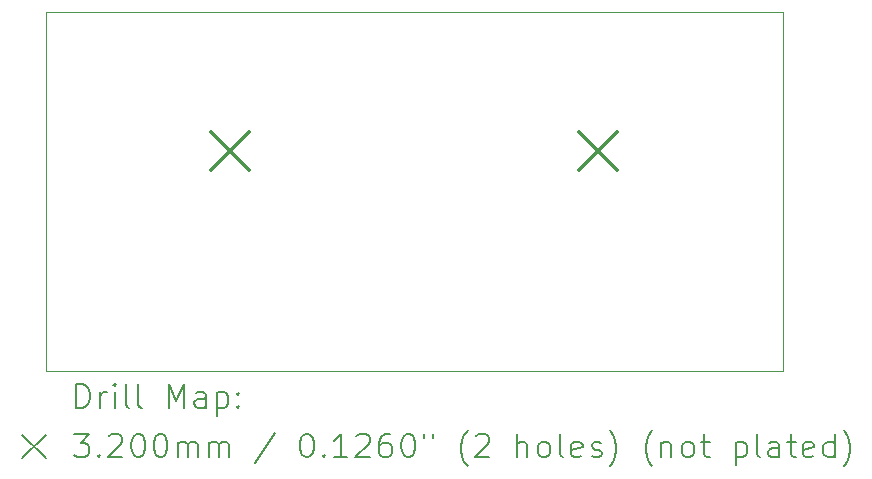
<source format=gbr>
%TF.GenerationSoftware,KiCad,Pcbnew,8.0.1*%
%TF.CreationDate,2024-04-28T18:39:33+02:00*%
%TF.ProjectId,ScaleModule,5363616c-654d-46f6-9475-6c652e6b6963,v0.1*%
%TF.SameCoordinates,Original*%
%TF.FileFunction,Drillmap*%
%TF.FilePolarity,Positive*%
%FSLAX45Y45*%
G04 Gerber Fmt 4.5, Leading zero omitted, Abs format (unit mm)*
G04 Created by KiCad (PCBNEW 8.0.1) date 2024-04-28 18:39:33*
%MOMM*%
%LPD*%
G01*
G04 APERTURE LIST*
%ADD10C,0.050000*%
%ADD11C,0.200000*%
%ADD12C,0.320000*%
G04 APERTURE END LIST*
D10*
X10920000Y-8882000D02*
X17160000Y-8882000D01*
X17160000Y-11922000D01*
X10920000Y-11922000D01*
X10920000Y-8882000D01*
D11*
D12*
X12318000Y-9900000D02*
X12638000Y-10220000D01*
X12638000Y-9900000D02*
X12318000Y-10220000D01*
X15437000Y-9900000D02*
X15757000Y-10220000D01*
X15757000Y-9900000D02*
X15437000Y-10220000D01*
D11*
X11178277Y-12235984D02*
X11178277Y-12035984D01*
X11178277Y-12035984D02*
X11225896Y-12035984D01*
X11225896Y-12035984D02*
X11254467Y-12045508D01*
X11254467Y-12045508D02*
X11273515Y-12064555D01*
X11273515Y-12064555D02*
X11283039Y-12083603D01*
X11283039Y-12083603D02*
X11292562Y-12121698D01*
X11292562Y-12121698D02*
X11292562Y-12150269D01*
X11292562Y-12150269D02*
X11283039Y-12188365D01*
X11283039Y-12188365D02*
X11273515Y-12207412D01*
X11273515Y-12207412D02*
X11254467Y-12226460D01*
X11254467Y-12226460D02*
X11225896Y-12235984D01*
X11225896Y-12235984D02*
X11178277Y-12235984D01*
X11378277Y-12235984D02*
X11378277Y-12102650D01*
X11378277Y-12140746D02*
X11387801Y-12121698D01*
X11387801Y-12121698D02*
X11397324Y-12112174D01*
X11397324Y-12112174D02*
X11416372Y-12102650D01*
X11416372Y-12102650D02*
X11435420Y-12102650D01*
X11502086Y-12235984D02*
X11502086Y-12102650D01*
X11502086Y-12035984D02*
X11492562Y-12045508D01*
X11492562Y-12045508D02*
X11502086Y-12055031D01*
X11502086Y-12055031D02*
X11511610Y-12045508D01*
X11511610Y-12045508D02*
X11502086Y-12035984D01*
X11502086Y-12035984D02*
X11502086Y-12055031D01*
X11625896Y-12235984D02*
X11606848Y-12226460D01*
X11606848Y-12226460D02*
X11597324Y-12207412D01*
X11597324Y-12207412D02*
X11597324Y-12035984D01*
X11730658Y-12235984D02*
X11711610Y-12226460D01*
X11711610Y-12226460D02*
X11702086Y-12207412D01*
X11702086Y-12207412D02*
X11702086Y-12035984D01*
X11959229Y-12235984D02*
X11959229Y-12035984D01*
X11959229Y-12035984D02*
X12025896Y-12178841D01*
X12025896Y-12178841D02*
X12092562Y-12035984D01*
X12092562Y-12035984D02*
X12092562Y-12235984D01*
X12273515Y-12235984D02*
X12273515Y-12131222D01*
X12273515Y-12131222D02*
X12263991Y-12112174D01*
X12263991Y-12112174D02*
X12244943Y-12102650D01*
X12244943Y-12102650D02*
X12206848Y-12102650D01*
X12206848Y-12102650D02*
X12187801Y-12112174D01*
X12273515Y-12226460D02*
X12254467Y-12235984D01*
X12254467Y-12235984D02*
X12206848Y-12235984D01*
X12206848Y-12235984D02*
X12187801Y-12226460D01*
X12187801Y-12226460D02*
X12178277Y-12207412D01*
X12178277Y-12207412D02*
X12178277Y-12188365D01*
X12178277Y-12188365D02*
X12187801Y-12169317D01*
X12187801Y-12169317D02*
X12206848Y-12159793D01*
X12206848Y-12159793D02*
X12254467Y-12159793D01*
X12254467Y-12159793D02*
X12273515Y-12150269D01*
X12368753Y-12102650D02*
X12368753Y-12302650D01*
X12368753Y-12112174D02*
X12387801Y-12102650D01*
X12387801Y-12102650D02*
X12425896Y-12102650D01*
X12425896Y-12102650D02*
X12444943Y-12112174D01*
X12444943Y-12112174D02*
X12454467Y-12121698D01*
X12454467Y-12121698D02*
X12463991Y-12140746D01*
X12463991Y-12140746D02*
X12463991Y-12197888D01*
X12463991Y-12197888D02*
X12454467Y-12216936D01*
X12454467Y-12216936D02*
X12444943Y-12226460D01*
X12444943Y-12226460D02*
X12425896Y-12235984D01*
X12425896Y-12235984D02*
X12387801Y-12235984D01*
X12387801Y-12235984D02*
X12368753Y-12226460D01*
X12549705Y-12216936D02*
X12559229Y-12226460D01*
X12559229Y-12226460D02*
X12549705Y-12235984D01*
X12549705Y-12235984D02*
X12540182Y-12226460D01*
X12540182Y-12226460D02*
X12549705Y-12216936D01*
X12549705Y-12216936D02*
X12549705Y-12235984D01*
X12549705Y-12112174D02*
X12559229Y-12121698D01*
X12559229Y-12121698D02*
X12549705Y-12131222D01*
X12549705Y-12131222D02*
X12540182Y-12121698D01*
X12540182Y-12121698D02*
X12549705Y-12112174D01*
X12549705Y-12112174D02*
X12549705Y-12131222D01*
X10717500Y-12464500D02*
X10917500Y-12664500D01*
X10917500Y-12464500D02*
X10717500Y-12664500D01*
X11159229Y-12455984D02*
X11283039Y-12455984D01*
X11283039Y-12455984D02*
X11216372Y-12532174D01*
X11216372Y-12532174D02*
X11244943Y-12532174D01*
X11244943Y-12532174D02*
X11263991Y-12541698D01*
X11263991Y-12541698D02*
X11273515Y-12551222D01*
X11273515Y-12551222D02*
X11283039Y-12570269D01*
X11283039Y-12570269D02*
X11283039Y-12617888D01*
X11283039Y-12617888D02*
X11273515Y-12636936D01*
X11273515Y-12636936D02*
X11263991Y-12646460D01*
X11263991Y-12646460D02*
X11244943Y-12655984D01*
X11244943Y-12655984D02*
X11187801Y-12655984D01*
X11187801Y-12655984D02*
X11168753Y-12646460D01*
X11168753Y-12646460D02*
X11159229Y-12636936D01*
X11368753Y-12636936D02*
X11378277Y-12646460D01*
X11378277Y-12646460D02*
X11368753Y-12655984D01*
X11368753Y-12655984D02*
X11359229Y-12646460D01*
X11359229Y-12646460D02*
X11368753Y-12636936D01*
X11368753Y-12636936D02*
X11368753Y-12655984D01*
X11454467Y-12475031D02*
X11463991Y-12465508D01*
X11463991Y-12465508D02*
X11483039Y-12455984D01*
X11483039Y-12455984D02*
X11530658Y-12455984D01*
X11530658Y-12455984D02*
X11549705Y-12465508D01*
X11549705Y-12465508D02*
X11559229Y-12475031D01*
X11559229Y-12475031D02*
X11568753Y-12494079D01*
X11568753Y-12494079D02*
X11568753Y-12513127D01*
X11568753Y-12513127D02*
X11559229Y-12541698D01*
X11559229Y-12541698D02*
X11444943Y-12655984D01*
X11444943Y-12655984D02*
X11568753Y-12655984D01*
X11692562Y-12455984D02*
X11711610Y-12455984D01*
X11711610Y-12455984D02*
X11730658Y-12465508D01*
X11730658Y-12465508D02*
X11740182Y-12475031D01*
X11740182Y-12475031D02*
X11749705Y-12494079D01*
X11749705Y-12494079D02*
X11759229Y-12532174D01*
X11759229Y-12532174D02*
X11759229Y-12579793D01*
X11759229Y-12579793D02*
X11749705Y-12617888D01*
X11749705Y-12617888D02*
X11740182Y-12636936D01*
X11740182Y-12636936D02*
X11730658Y-12646460D01*
X11730658Y-12646460D02*
X11711610Y-12655984D01*
X11711610Y-12655984D02*
X11692562Y-12655984D01*
X11692562Y-12655984D02*
X11673515Y-12646460D01*
X11673515Y-12646460D02*
X11663991Y-12636936D01*
X11663991Y-12636936D02*
X11654467Y-12617888D01*
X11654467Y-12617888D02*
X11644943Y-12579793D01*
X11644943Y-12579793D02*
X11644943Y-12532174D01*
X11644943Y-12532174D02*
X11654467Y-12494079D01*
X11654467Y-12494079D02*
X11663991Y-12475031D01*
X11663991Y-12475031D02*
X11673515Y-12465508D01*
X11673515Y-12465508D02*
X11692562Y-12455984D01*
X11883039Y-12455984D02*
X11902086Y-12455984D01*
X11902086Y-12455984D02*
X11921134Y-12465508D01*
X11921134Y-12465508D02*
X11930658Y-12475031D01*
X11930658Y-12475031D02*
X11940182Y-12494079D01*
X11940182Y-12494079D02*
X11949705Y-12532174D01*
X11949705Y-12532174D02*
X11949705Y-12579793D01*
X11949705Y-12579793D02*
X11940182Y-12617888D01*
X11940182Y-12617888D02*
X11930658Y-12636936D01*
X11930658Y-12636936D02*
X11921134Y-12646460D01*
X11921134Y-12646460D02*
X11902086Y-12655984D01*
X11902086Y-12655984D02*
X11883039Y-12655984D01*
X11883039Y-12655984D02*
X11863991Y-12646460D01*
X11863991Y-12646460D02*
X11854467Y-12636936D01*
X11854467Y-12636936D02*
X11844943Y-12617888D01*
X11844943Y-12617888D02*
X11835420Y-12579793D01*
X11835420Y-12579793D02*
X11835420Y-12532174D01*
X11835420Y-12532174D02*
X11844943Y-12494079D01*
X11844943Y-12494079D02*
X11854467Y-12475031D01*
X11854467Y-12475031D02*
X11863991Y-12465508D01*
X11863991Y-12465508D02*
X11883039Y-12455984D01*
X12035420Y-12655984D02*
X12035420Y-12522650D01*
X12035420Y-12541698D02*
X12044943Y-12532174D01*
X12044943Y-12532174D02*
X12063991Y-12522650D01*
X12063991Y-12522650D02*
X12092563Y-12522650D01*
X12092563Y-12522650D02*
X12111610Y-12532174D01*
X12111610Y-12532174D02*
X12121134Y-12551222D01*
X12121134Y-12551222D02*
X12121134Y-12655984D01*
X12121134Y-12551222D02*
X12130658Y-12532174D01*
X12130658Y-12532174D02*
X12149705Y-12522650D01*
X12149705Y-12522650D02*
X12178277Y-12522650D01*
X12178277Y-12522650D02*
X12197324Y-12532174D01*
X12197324Y-12532174D02*
X12206848Y-12551222D01*
X12206848Y-12551222D02*
X12206848Y-12655984D01*
X12302086Y-12655984D02*
X12302086Y-12522650D01*
X12302086Y-12541698D02*
X12311610Y-12532174D01*
X12311610Y-12532174D02*
X12330658Y-12522650D01*
X12330658Y-12522650D02*
X12359229Y-12522650D01*
X12359229Y-12522650D02*
X12378277Y-12532174D01*
X12378277Y-12532174D02*
X12387801Y-12551222D01*
X12387801Y-12551222D02*
X12387801Y-12655984D01*
X12387801Y-12551222D02*
X12397324Y-12532174D01*
X12397324Y-12532174D02*
X12416372Y-12522650D01*
X12416372Y-12522650D02*
X12444943Y-12522650D01*
X12444943Y-12522650D02*
X12463991Y-12532174D01*
X12463991Y-12532174D02*
X12473515Y-12551222D01*
X12473515Y-12551222D02*
X12473515Y-12655984D01*
X12863991Y-12446460D02*
X12692563Y-12703603D01*
X13121134Y-12455984D02*
X13140182Y-12455984D01*
X13140182Y-12455984D02*
X13159229Y-12465508D01*
X13159229Y-12465508D02*
X13168753Y-12475031D01*
X13168753Y-12475031D02*
X13178277Y-12494079D01*
X13178277Y-12494079D02*
X13187801Y-12532174D01*
X13187801Y-12532174D02*
X13187801Y-12579793D01*
X13187801Y-12579793D02*
X13178277Y-12617888D01*
X13178277Y-12617888D02*
X13168753Y-12636936D01*
X13168753Y-12636936D02*
X13159229Y-12646460D01*
X13159229Y-12646460D02*
X13140182Y-12655984D01*
X13140182Y-12655984D02*
X13121134Y-12655984D01*
X13121134Y-12655984D02*
X13102086Y-12646460D01*
X13102086Y-12646460D02*
X13092563Y-12636936D01*
X13092563Y-12636936D02*
X13083039Y-12617888D01*
X13083039Y-12617888D02*
X13073515Y-12579793D01*
X13073515Y-12579793D02*
X13073515Y-12532174D01*
X13073515Y-12532174D02*
X13083039Y-12494079D01*
X13083039Y-12494079D02*
X13092563Y-12475031D01*
X13092563Y-12475031D02*
X13102086Y-12465508D01*
X13102086Y-12465508D02*
X13121134Y-12455984D01*
X13273515Y-12636936D02*
X13283039Y-12646460D01*
X13283039Y-12646460D02*
X13273515Y-12655984D01*
X13273515Y-12655984D02*
X13263991Y-12646460D01*
X13263991Y-12646460D02*
X13273515Y-12636936D01*
X13273515Y-12636936D02*
X13273515Y-12655984D01*
X13473515Y-12655984D02*
X13359229Y-12655984D01*
X13416372Y-12655984D02*
X13416372Y-12455984D01*
X13416372Y-12455984D02*
X13397325Y-12484555D01*
X13397325Y-12484555D02*
X13378277Y-12503603D01*
X13378277Y-12503603D02*
X13359229Y-12513127D01*
X13549706Y-12475031D02*
X13559229Y-12465508D01*
X13559229Y-12465508D02*
X13578277Y-12455984D01*
X13578277Y-12455984D02*
X13625896Y-12455984D01*
X13625896Y-12455984D02*
X13644944Y-12465508D01*
X13644944Y-12465508D02*
X13654467Y-12475031D01*
X13654467Y-12475031D02*
X13663991Y-12494079D01*
X13663991Y-12494079D02*
X13663991Y-12513127D01*
X13663991Y-12513127D02*
X13654467Y-12541698D01*
X13654467Y-12541698D02*
X13540182Y-12655984D01*
X13540182Y-12655984D02*
X13663991Y-12655984D01*
X13835420Y-12455984D02*
X13797325Y-12455984D01*
X13797325Y-12455984D02*
X13778277Y-12465508D01*
X13778277Y-12465508D02*
X13768753Y-12475031D01*
X13768753Y-12475031D02*
X13749706Y-12503603D01*
X13749706Y-12503603D02*
X13740182Y-12541698D01*
X13740182Y-12541698D02*
X13740182Y-12617888D01*
X13740182Y-12617888D02*
X13749706Y-12636936D01*
X13749706Y-12636936D02*
X13759229Y-12646460D01*
X13759229Y-12646460D02*
X13778277Y-12655984D01*
X13778277Y-12655984D02*
X13816372Y-12655984D01*
X13816372Y-12655984D02*
X13835420Y-12646460D01*
X13835420Y-12646460D02*
X13844944Y-12636936D01*
X13844944Y-12636936D02*
X13854467Y-12617888D01*
X13854467Y-12617888D02*
X13854467Y-12570269D01*
X13854467Y-12570269D02*
X13844944Y-12551222D01*
X13844944Y-12551222D02*
X13835420Y-12541698D01*
X13835420Y-12541698D02*
X13816372Y-12532174D01*
X13816372Y-12532174D02*
X13778277Y-12532174D01*
X13778277Y-12532174D02*
X13759229Y-12541698D01*
X13759229Y-12541698D02*
X13749706Y-12551222D01*
X13749706Y-12551222D02*
X13740182Y-12570269D01*
X13978277Y-12455984D02*
X13997325Y-12455984D01*
X13997325Y-12455984D02*
X14016372Y-12465508D01*
X14016372Y-12465508D02*
X14025896Y-12475031D01*
X14025896Y-12475031D02*
X14035420Y-12494079D01*
X14035420Y-12494079D02*
X14044944Y-12532174D01*
X14044944Y-12532174D02*
X14044944Y-12579793D01*
X14044944Y-12579793D02*
X14035420Y-12617888D01*
X14035420Y-12617888D02*
X14025896Y-12636936D01*
X14025896Y-12636936D02*
X14016372Y-12646460D01*
X14016372Y-12646460D02*
X13997325Y-12655984D01*
X13997325Y-12655984D02*
X13978277Y-12655984D01*
X13978277Y-12655984D02*
X13959229Y-12646460D01*
X13959229Y-12646460D02*
X13949706Y-12636936D01*
X13949706Y-12636936D02*
X13940182Y-12617888D01*
X13940182Y-12617888D02*
X13930658Y-12579793D01*
X13930658Y-12579793D02*
X13930658Y-12532174D01*
X13930658Y-12532174D02*
X13940182Y-12494079D01*
X13940182Y-12494079D02*
X13949706Y-12475031D01*
X13949706Y-12475031D02*
X13959229Y-12465508D01*
X13959229Y-12465508D02*
X13978277Y-12455984D01*
X14121134Y-12455984D02*
X14121134Y-12494079D01*
X14197325Y-12455984D02*
X14197325Y-12494079D01*
X14492563Y-12732174D02*
X14483039Y-12722650D01*
X14483039Y-12722650D02*
X14463991Y-12694079D01*
X14463991Y-12694079D02*
X14454468Y-12675031D01*
X14454468Y-12675031D02*
X14444944Y-12646460D01*
X14444944Y-12646460D02*
X14435420Y-12598841D01*
X14435420Y-12598841D02*
X14435420Y-12560746D01*
X14435420Y-12560746D02*
X14444944Y-12513127D01*
X14444944Y-12513127D02*
X14454468Y-12484555D01*
X14454468Y-12484555D02*
X14463991Y-12465508D01*
X14463991Y-12465508D02*
X14483039Y-12436936D01*
X14483039Y-12436936D02*
X14492563Y-12427412D01*
X14559229Y-12475031D02*
X14568753Y-12465508D01*
X14568753Y-12465508D02*
X14587801Y-12455984D01*
X14587801Y-12455984D02*
X14635420Y-12455984D01*
X14635420Y-12455984D02*
X14654468Y-12465508D01*
X14654468Y-12465508D02*
X14663991Y-12475031D01*
X14663991Y-12475031D02*
X14673515Y-12494079D01*
X14673515Y-12494079D02*
X14673515Y-12513127D01*
X14673515Y-12513127D02*
X14663991Y-12541698D01*
X14663991Y-12541698D02*
X14549706Y-12655984D01*
X14549706Y-12655984D02*
X14673515Y-12655984D01*
X14911610Y-12655984D02*
X14911610Y-12455984D01*
X14997325Y-12655984D02*
X14997325Y-12551222D01*
X14997325Y-12551222D02*
X14987801Y-12532174D01*
X14987801Y-12532174D02*
X14968753Y-12522650D01*
X14968753Y-12522650D02*
X14940182Y-12522650D01*
X14940182Y-12522650D02*
X14921134Y-12532174D01*
X14921134Y-12532174D02*
X14911610Y-12541698D01*
X15121134Y-12655984D02*
X15102087Y-12646460D01*
X15102087Y-12646460D02*
X15092563Y-12636936D01*
X15092563Y-12636936D02*
X15083039Y-12617888D01*
X15083039Y-12617888D02*
X15083039Y-12560746D01*
X15083039Y-12560746D02*
X15092563Y-12541698D01*
X15092563Y-12541698D02*
X15102087Y-12532174D01*
X15102087Y-12532174D02*
X15121134Y-12522650D01*
X15121134Y-12522650D02*
X15149706Y-12522650D01*
X15149706Y-12522650D02*
X15168753Y-12532174D01*
X15168753Y-12532174D02*
X15178277Y-12541698D01*
X15178277Y-12541698D02*
X15187801Y-12560746D01*
X15187801Y-12560746D02*
X15187801Y-12617888D01*
X15187801Y-12617888D02*
X15178277Y-12636936D01*
X15178277Y-12636936D02*
X15168753Y-12646460D01*
X15168753Y-12646460D02*
X15149706Y-12655984D01*
X15149706Y-12655984D02*
X15121134Y-12655984D01*
X15302087Y-12655984D02*
X15283039Y-12646460D01*
X15283039Y-12646460D02*
X15273515Y-12627412D01*
X15273515Y-12627412D02*
X15273515Y-12455984D01*
X15454468Y-12646460D02*
X15435420Y-12655984D01*
X15435420Y-12655984D02*
X15397325Y-12655984D01*
X15397325Y-12655984D02*
X15378277Y-12646460D01*
X15378277Y-12646460D02*
X15368753Y-12627412D01*
X15368753Y-12627412D02*
X15368753Y-12551222D01*
X15368753Y-12551222D02*
X15378277Y-12532174D01*
X15378277Y-12532174D02*
X15397325Y-12522650D01*
X15397325Y-12522650D02*
X15435420Y-12522650D01*
X15435420Y-12522650D02*
X15454468Y-12532174D01*
X15454468Y-12532174D02*
X15463991Y-12551222D01*
X15463991Y-12551222D02*
X15463991Y-12570269D01*
X15463991Y-12570269D02*
X15368753Y-12589317D01*
X15540182Y-12646460D02*
X15559230Y-12655984D01*
X15559230Y-12655984D02*
X15597325Y-12655984D01*
X15597325Y-12655984D02*
X15616372Y-12646460D01*
X15616372Y-12646460D02*
X15625896Y-12627412D01*
X15625896Y-12627412D02*
X15625896Y-12617888D01*
X15625896Y-12617888D02*
X15616372Y-12598841D01*
X15616372Y-12598841D02*
X15597325Y-12589317D01*
X15597325Y-12589317D02*
X15568753Y-12589317D01*
X15568753Y-12589317D02*
X15549706Y-12579793D01*
X15549706Y-12579793D02*
X15540182Y-12560746D01*
X15540182Y-12560746D02*
X15540182Y-12551222D01*
X15540182Y-12551222D02*
X15549706Y-12532174D01*
X15549706Y-12532174D02*
X15568753Y-12522650D01*
X15568753Y-12522650D02*
X15597325Y-12522650D01*
X15597325Y-12522650D02*
X15616372Y-12532174D01*
X15692563Y-12732174D02*
X15702087Y-12722650D01*
X15702087Y-12722650D02*
X15721134Y-12694079D01*
X15721134Y-12694079D02*
X15730658Y-12675031D01*
X15730658Y-12675031D02*
X15740182Y-12646460D01*
X15740182Y-12646460D02*
X15749706Y-12598841D01*
X15749706Y-12598841D02*
X15749706Y-12560746D01*
X15749706Y-12560746D02*
X15740182Y-12513127D01*
X15740182Y-12513127D02*
X15730658Y-12484555D01*
X15730658Y-12484555D02*
X15721134Y-12465508D01*
X15721134Y-12465508D02*
X15702087Y-12436936D01*
X15702087Y-12436936D02*
X15692563Y-12427412D01*
X16054468Y-12732174D02*
X16044944Y-12722650D01*
X16044944Y-12722650D02*
X16025896Y-12694079D01*
X16025896Y-12694079D02*
X16016372Y-12675031D01*
X16016372Y-12675031D02*
X16006849Y-12646460D01*
X16006849Y-12646460D02*
X15997325Y-12598841D01*
X15997325Y-12598841D02*
X15997325Y-12560746D01*
X15997325Y-12560746D02*
X16006849Y-12513127D01*
X16006849Y-12513127D02*
X16016372Y-12484555D01*
X16016372Y-12484555D02*
X16025896Y-12465508D01*
X16025896Y-12465508D02*
X16044944Y-12436936D01*
X16044944Y-12436936D02*
X16054468Y-12427412D01*
X16130658Y-12522650D02*
X16130658Y-12655984D01*
X16130658Y-12541698D02*
X16140182Y-12532174D01*
X16140182Y-12532174D02*
X16159230Y-12522650D01*
X16159230Y-12522650D02*
X16187801Y-12522650D01*
X16187801Y-12522650D02*
X16206849Y-12532174D01*
X16206849Y-12532174D02*
X16216372Y-12551222D01*
X16216372Y-12551222D02*
X16216372Y-12655984D01*
X16340182Y-12655984D02*
X16321134Y-12646460D01*
X16321134Y-12646460D02*
X16311611Y-12636936D01*
X16311611Y-12636936D02*
X16302087Y-12617888D01*
X16302087Y-12617888D02*
X16302087Y-12560746D01*
X16302087Y-12560746D02*
X16311611Y-12541698D01*
X16311611Y-12541698D02*
X16321134Y-12532174D01*
X16321134Y-12532174D02*
X16340182Y-12522650D01*
X16340182Y-12522650D02*
X16368753Y-12522650D01*
X16368753Y-12522650D02*
X16387801Y-12532174D01*
X16387801Y-12532174D02*
X16397325Y-12541698D01*
X16397325Y-12541698D02*
X16406849Y-12560746D01*
X16406849Y-12560746D02*
X16406849Y-12617888D01*
X16406849Y-12617888D02*
X16397325Y-12636936D01*
X16397325Y-12636936D02*
X16387801Y-12646460D01*
X16387801Y-12646460D02*
X16368753Y-12655984D01*
X16368753Y-12655984D02*
X16340182Y-12655984D01*
X16463992Y-12522650D02*
X16540182Y-12522650D01*
X16492563Y-12455984D02*
X16492563Y-12627412D01*
X16492563Y-12627412D02*
X16502087Y-12646460D01*
X16502087Y-12646460D02*
X16521134Y-12655984D01*
X16521134Y-12655984D02*
X16540182Y-12655984D01*
X16759230Y-12522650D02*
X16759230Y-12722650D01*
X16759230Y-12532174D02*
X16778277Y-12522650D01*
X16778277Y-12522650D02*
X16816373Y-12522650D01*
X16816373Y-12522650D02*
X16835420Y-12532174D01*
X16835420Y-12532174D02*
X16844944Y-12541698D01*
X16844944Y-12541698D02*
X16854468Y-12560746D01*
X16854468Y-12560746D02*
X16854468Y-12617888D01*
X16854468Y-12617888D02*
X16844944Y-12636936D01*
X16844944Y-12636936D02*
X16835420Y-12646460D01*
X16835420Y-12646460D02*
X16816373Y-12655984D01*
X16816373Y-12655984D02*
X16778277Y-12655984D01*
X16778277Y-12655984D02*
X16759230Y-12646460D01*
X16968754Y-12655984D02*
X16949706Y-12646460D01*
X16949706Y-12646460D02*
X16940182Y-12627412D01*
X16940182Y-12627412D02*
X16940182Y-12455984D01*
X17130658Y-12655984D02*
X17130658Y-12551222D01*
X17130658Y-12551222D02*
X17121135Y-12532174D01*
X17121135Y-12532174D02*
X17102087Y-12522650D01*
X17102087Y-12522650D02*
X17063992Y-12522650D01*
X17063992Y-12522650D02*
X17044944Y-12532174D01*
X17130658Y-12646460D02*
X17111611Y-12655984D01*
X17111611Y-12655984D02*
X17063992Y-12655984D01*
X17063992Y-12655984D02*
X17044944Y-12646460D01*
X17044944Y-12646460D02*
X17035420Y-12627412D01*
X17035420Y-12627412D02*
X17035420Y-12608365D01*
X17035420Y-12608365D02*
X17044944Y-12589317D01*
X17044944Y-12589317D02*
X17063992Y-12579793D01*
X17063992Y-12579793D02*
X17111611Y-12579793D01*
X17111611Y-12579793D02*
X17130658Y-12570269D01*
X17197325Y-12522650D02*
X17273515Y-12522650D01*
X17225896Y-12455984D02*
X17225896Y-12627412D01*
X17225896Y-12627412D02*
X17235420Y-12646460D01*
X17235420Y-12646460D02*
X17254468Y-12655984D01*
X17254468Y-12655984D02*
X17273515Y-12655984D01*
X17416373Y-12646460D02*
X17397325Y-12655984D01*
X17397325Y-12655984D02*
X17359230Y-12655984D01*
X17359230Y-12655984D02*
X17340182Y-12646460D01*
X17340182Y-12646460D02*
X17330658Y-12627412D01*
X17330658Y-12627412D02*
X17330658Y-12551222D01*
X17330658Y-12551222D02*
X17340182Y-12532174D01*
X17340182Y-12532174D02*
X17359230Y-12522650D01*
X17359230Y-12522650D02*
X17397325Y-12522650D01*
X17397325Y-12522650D02*
X17416373Y-12532174D01*
X17416373Y-12532174D02*
X17425896Y-12551222D01*
X17425896Y-12551222D02*
X17425896Y-12570269D01*
X17425896Y-12570269D02*
X17330658Y-12589317D01*
X17597325Y-12655984D02*
X17597325Y-12455984D01*
X17597325Y-12646460D02*
X17578277Y-12655984D01*
X17578277Y-12655984D02*
X17540182Y-12655984D01*
X17540182Y-12655984D02*
X17521135Y-12646460D01*
X17521135Y-12646460D02*
X17511611Y-12636936D01*
X17511611Y-12636936D02*
X17502087Y-12617888D01*
X17502087Y-12617888D02*
X17502087Y-12560746D01*
X17502087Y-12560746D02*
X17511611Y-12541698D01*
X17511611Y-12541698D02*
X17521135Y-12532174D01*
X17521135Y-12532174D02*
X17540182Y-12522650D01*
X17540182Y-12522650D02*
X17578277Y-12522650D01*
X17578277Y-12522650D02*
X17597325Y-12532174D01*
X17673516Y-12732174D02*
X17683039Y-12722650D01*
X17683039Y-12722650D02*
X17702087Y-12694079D01*
X17702087Y-12694079D02*
X17711611Y-12675031D01*
X17711611Y-12675031D02*
X17721135Y-12646460D01*
X17721135Y-12646460D02*
X17730658Y-12598841D01*
X17730658Y-12598841D02*
X17730658Y-12560746D01*
X17730658Y-12560746D02*
X17721135Y-12513127D01*
X17721135Y-12513127D02*
X17711611Y-12484555D01*
X17711611Y-12484555D02*
X17702087Y-12465508D01*
X17702087Y-12465508D02*
X17683039Y-12436936D01*
X17683039Y-12436936D02*
X17673516Y-12427412D01*
M02*

</source>
